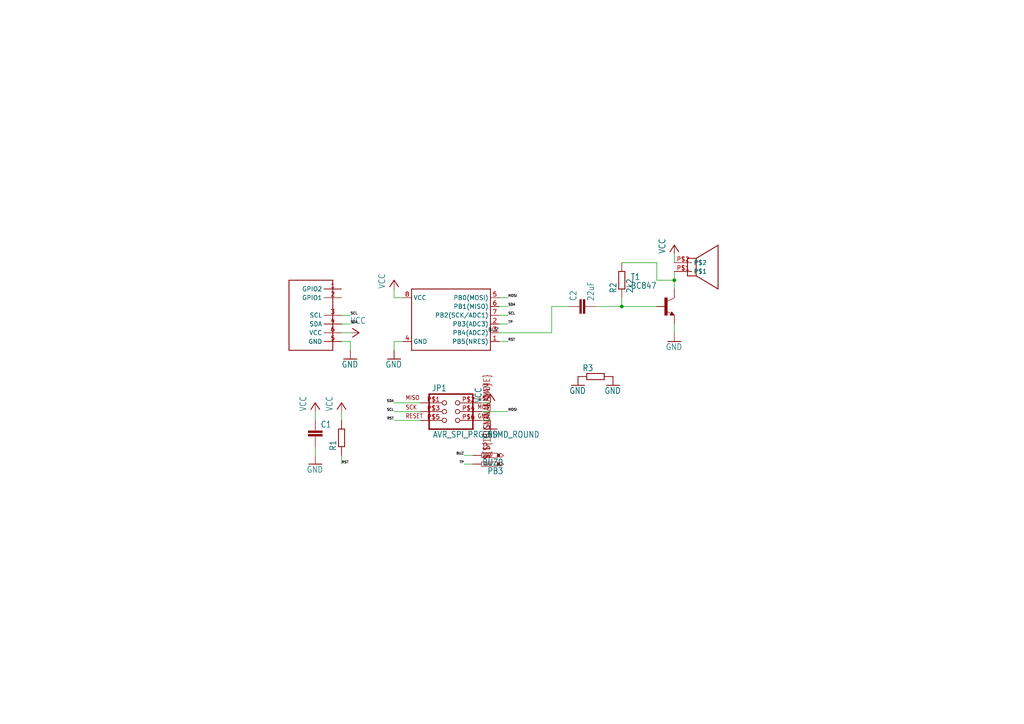
<source format=kicad_sch>
(kicad_sch (version 20231120) (generator "eeschema") (generator_version "8.0")
  (paper "A4")
  (lib_symbols
    (symbol "saomr-eagle-import:ATTINY45TINY85-20-SMT"
      (symbol "ATTINY45TINY85-20-SMT_1_0"
        (polyline (pts (xy -12.7 -7.62) (xy -12.7 10.16)) (stroke (width 0.254)))
        (polyline (pts (xy -12.7 10.16) (xy 10.16 10.16)) (stroke (width 0.254)))
        (polyline (pts (xy 10.16 -7.62) (xy -12.7 -7.62)) (stroke (width 0.254)))
        (polyline (pts (xy 10.16 10.16) (xy 10.16 -7.62)) (stroke (width 0.254)))
        (pin bidirectional line (at 12.7 -5.08 180) (length 2.54) (name "PB5(NRES)") (number "1"))
        (pin bidirectional line (at 12.7 0 180) (length 2.54) (name "PB3(ADC3)") (number "2"))
        (pin bidirectional line (at 12.7 -2.54 180) (length 2.54) (name "PB4(ADC2)") (number "3"))
        (pin bidirectional line (at -15.24 -5.08 0) (length 2.54) (name "GND") (number "4"))
        (pin bidirectional line (at 12.7 7.62 180) (length 2.54) (name "PB0(MOSI)") (number "5"))
        (pin bidirectional line (at 12.7 5.08 180) (length 2.54) (name "PB1(MISO)") (number "6"))
        (pin bidirectional line (at 12.7 2.54 180) (length 2.54) (name "PB2(SCK/ADC1)") (number "7"))
        (pin bidirectional line (at -15.24 7.62 0) (length 2.54) (name "VCC") (number "8"))
      )
    )
    (symbol "saomr-eagle-import:AVR_SPI_PRG_6SMD_ROUND"
      (property "Reference" "JP" (at -4.318 5.842 0))
      (symbol "AVR_SPI_PRG_6SMD_ROUND_1_0"
        (polyline (pts (xy -5.08 -5.08) (xy 7.62 -5.08)) (stroke (width 0.4064)))
        (polyline (pts (xy -5.08 5.08) (xy -5.08 -5.08)) (stroke (width 0.4064)))
        (polyline (pts (xy 7.62 -5.08) (xy 7.62 5.08)) (stroke (width 0.4064)))
        (polyline (pts (xy 7.62 5.08) (xy -5.08 5.08)) (stroke (width 0.4064)))
        (text "+5" (at 8.89 3.048 0) (effects (font (size 1.27 1.0795)) (justify left bottom)))
        (text "GND" (at 8.89 -2.032 0) (effects (font (size 1.27 1.0795)) (justify left bottom)))
        (text "MISO" (at -11.938 3.302 0) (effects (font (size 1.27 1.0795)) (justify left bottom)))
        (text "MOSI" (at 8.89 0.635 0) (effects (font (size 1.27 1.0795)) (justify left bottom)))
        (text "RESET" (at -11.938 -2.032 0) (effects (font (size 1.27 1.0795)) (justify left bottom)))
        (text "SCK" (at -11.938 0.508 0) (effects (font (size 1.27 1.0795)) (justify left bottom)))
        (pin passive inverted (at -7.62 2.54 0) (length 7.62) (name "1") (number "P$1"))
        (pin passive inverted (at 10.16 2.54 180) (length 7.62) (name "2") (number "P$2"))
        (pin passive inverted (at -7.62 0 0) (length 7.62) (name "3") (number "P$3"))
        (pin passive inverted (at 10.16 0 180) (length 7.62) (name "4") (number "P$4"))
        (pin passive inverted (at -7.62 -2.54 0) (length 7.62) (name "5") (number "P$5"))
        (pin passive inverted (at 10.16 -2.54 180) (length 7.62) (name "6") (number "P$6"))
      )
    )
    (symbol "saomr-eagle-import:BC847"
      (property "Reference" "T" (at -10.16 7.62 0))
      (symbol "BC847_1_0"
        (rectangle (start -0.254 -2.54) (end 0.508 2.54) (fill (type outline)))
        (polyline (pts (xy 1.27 -2.54) (xy 1.778 -1.524)) (stroke (width 0.1524)))
        (polyline (pts (xy 1.524 -2.413) (xy 2.286 -2.413)) (stroke (width 0.254)))
        (polyline (pts (xy 1.524 -2.286) (xy 1.905 -2.286)) (stroke (width 0.254)))
        (polyline (pts (xy 1.54 -2.04) (xy 0.308 -1.424)) (stroke (width 0.1524)))
        (polyline (pts (xy 1.778 -1.778) (xy 1.524 -2.286)) (stroke (width 0.254)))
        (polyline (pts (xy 1.778 -1.524) (xy 2.54 -2.54)) (stroke (width 0.1524)))
        (polyline (pts (xy 1.905 -2.286) (xy 1.778 -2.032)) (stroke (width 0.254)))
        (polyline (pts (xy 2.286 -2.413) (xy 1.778 -1.778)) (stroke (width 0.254)))
        (polyline (pts (xy 2.54 -2.54) (xy 1.27 -2.54)) (stroke (width 0.1524)))
        (polyline (pts (xy 2.54 2.54) (xy 0.508 1.524)) (stroke (width 0.1524)))
        (pin passive line (at -2.54 0 0) (length 2.54) (name "B") (number "1"))
        (pin passive line (at 2.54 -5.08 90) (length 2.54) (name "E") (number "2"))
        (pin passive line (at 2.54 5.08 270) (length 2.54) (name "C") (number "3"))
      )
    )
    (symbol "saomr-eagle-import:C-EUC1206"
      (property "Reference" "C" (at 1.524 0.381 0))
      (symbol "C-EUC1206_1_0"
        (rectangle (start -2.032 -2.032) (end 2.032 -1.524) (fill (type outline)))
        (rectangle (start -2.032 -1.016) (end 2.032 -0.508) (fill (type outline)))
        (polyline (pts (xy 0 -2.54) (xy 0 -2.032)) (stroke (width 0.1524)))
        (polyline (pts (xy 0 0) (xy 0 -0.508)) (stroke (width 0.1524)))
        (pin passive line (at 0 2.54 270) (length 2.54) (name "1") (number "1"))
        (pin passive line (at 0 -5.08 90) (length 2.54) (name "2") (number "2"))
      )
    )
    (symbol "saomr-eagle-import:GND" (power)
      (symbol "GND_1_0"
        (polyline (pts (xy -1.905 0) (xy 1.905 0)) (stroke (width 0.254)))
        (pin power_in line (at 0 2.54 270) (length 2.54) (name "GND") (number "1"))
      )
    )
    (symbol "saomr-eagle-import:PTR1B2,54"
      (property "Reference" "TP" (at -1.016 -6.35 90))
      (symbol "PTR1B2,54_1_0"
        (rectangle (start -0.381 -5.207) (end 0.381 -4.572) (fill (type outline)))
        (polyline (pts (xy -0.635 0) (xy -0.635 -4.572)) (stroke (width 0.1524)))
        (polyline (pts (xy -0.508 -5.715) (xy 0 -6.35)) (stroke (width 0.1524)))
        (polyline (pts (xy -0.508 -5.207) (xy -0.508 -5.715)) (stroke (width 0.1524)))
        (polyline (pts (xy -0.381 -2.794) (xy 0.381 -2.54)) (stroke (width 0.1524)))
        (polyline (pts (xy -0.381 -2.286) (xy 0.381 -2.032)) (stroke (width 0.1524)))
        (polyline (pts (xy -0.381 -1.778) (xy 0.381 -1.524)) (stroke (width 0.1524)))
        (polyline (pts (xy -0.381 -1.27) (xy 0.381 -1.016)) (stroke (width 0.1524)))
        (polyline (pts (xy -0.381 -0.762) (xy 0.381 -0.508)) (stroke (width 0.1524)))
        (polyline (pts (xy 0 -6.35) (xy 0.508 -5.715)) (stroke (width 0.1524)))
        (polyline (pts (xy 0.381 -3.048) (xy -0.381 -2.794)) (stroke (width 0.1524)))
        (polyline (pts (xy 0.381 -2.54) (xy -0.381 -2.286)) (stroke (width 0.1524)))
        (polyline (pts (xy 0.381 -2.032) (xy -0.381 -1.778)) (stroke (width 0.1524)))
        (polyline (pts (xy 0.381 -1.524) (xy -0.381 -1.27)) (stroke (width 0.1524)))
        (polyline (pts (xy 0.381 -1.016) (xy -0.381 -0.762)) (stroke (width 0.1524)))
        (polyline (pts (xy 0.508 -5.715) (xy 0.508 -5.207)) (stroke (width 0.1524)))
        (polyline (pts (xy 0.508 -5.207) (xy -0.508 -5.207)) (stroke (width 0.1524)))
        (polyline (pts (xy 0.635 -4.572) (xy -0.635 -4.572)) (stroke (width 0.1524)))
        (polyline (pts (xy 0.635 -4.572) (xy 0.635 0)) (stroke (width 0.1524)))
        (polyline (pts (xy 0.635 0) (xy -0.635 0)) (stroke (width 0.1524)))
        (text "${TP_SIGNAL_NAME}" (at 1.27 -2.54 0) (effects (font (size 1.778 1.5113)) (justify left bottom)))
        (pin input line (at 0 2.54 270) (length 2.54) (name "TP") (number "TP"))
      )
    )
    (symbol "saomr-eagle-import:R-EU_R1206"
      (property "Reference" "R" (at -3.81 1.4986 0))
      (symbol "R-EU_R1206_1_0"
        (polyline (pts (xy -2.54 -0.889) (xy -2.54 0.889)) (stroke (width 0.254)))
        (polyline (pts (xy -2.54 -0.889) (xy 2.54 -0.889)) (stroke (width 0.254)))
        (polyline (pts (xy 2.54 -0.889) (xy 2.54 0.889)) (stroke (width 0.254)))
        (polyline (pts (xy 2.54 0.889) (xy -2.54 0.889)) (stroke (width 0.254)))
        (pin passive line (at -5.08 0 0) (length 2.54) (name "1") (number "1"))
        (pin passive line (at 5.08 0 180) (length 2.54) (name "2") (number "2"))
      )
    )
    (symbol "saomr-eagle-import:SAO-SHITTY-ADDON"
      (symbol "SAO-SHITTY-ADDON_1_0"
        (polyline (pts (xy -7.62 -10.16) (xy 5.08 -10.16)) (stroke (width 0.254)))
        (polyline (pts (xy -7.62 10.16) (xy -7.62 -10.16)) (stroke (width 0.254)))
        (polyline (pts (xy 5.08 -10.16) (xy 5.08 10.16)) (stroke (width 0.254)))
        (polyline (pts (xy 5.08 10.16) (xy -7.62 10.16)) (stroke (width 0.254)))
        (pin bidirectional line (at 7.62 7.62 180) (length 5.08) (name "GPIO2") (number "1"))
        (pin bidirectional line (at 7.62 5.08 180) (length 5.08) (name "GPIO1") (number "2"))
        (pin bidirectional line (at 7.62 0 180) (length 5.08) (name "SCL") (number "3"))
        (pin bidirectional line (at 7.62 -2.54 180) (length 5.08) (name "SDA") (number "4"))
        (pin bidirectional line (at 7.62 -7.62 180) (length 5.08) (name "GND") (number "5"))
        (pin bidirectional line (at 7.62 -5.08 180) (length 5.08) (name "VCC") (number "6"))
      )
    )
    (symbol "saomr-eagle-import:SPEAKERKMTG-1102"
      (symbol "SPEAKERKMTG-1102_1_0"
        (polyline (pts (xy -3.81 -1.27) (xy -3.81 3.81)) (stroke (width 0.254)))
        (polyline (pts (xy -3.81 3.81) (xy -1.27 3.81)) (stroke (width 0.254)))
        (polyline (pts (xy -1.27 -1.27) (xy -3.81 -1.27)) (stroke (width 0.254)))
        (polyline (pts (xy -1.27 3.81) (xy -1.27 -1.27)) (stroke (width 0.254)))
        (polyline (pts (xy -1.27 3.81) (xy 5.08 7.62)) (stroke (width 0.254)))
        (polyline (pts (xy 5.08 -5.08) (xy -1.27 -1.27)) (stroke (width 0.254)))
        (polyline (pts (xy 5.08 7.62) (xy 5.08 -5.08)) (stroke (width 0.254)))
        (pin bidirectional line (at -7.62 0 0) (length 5.08) (name "P$1") (number "P$1"))
        (pin bidirectional line (at -7.62 2.54 0) (length 5.08) (name "P$2") (number "P$2"))
      )
    )
    (symbol "saomr-eagle-import:VCC" (power)
      (symbol "VCC_1_0"
        (polyline (pts (xy 0 0) (xy -1.27 -1.905)) (stroke (width 0.254)))
        (polyline (pts (xy 1.27 -1.905) (xy 0 0)) (stroke (width 0.254)))
        (pin power_in line (at 0 -2.54 90) (length 2.54) (name "VCC") (number "1"))
      )
    )
    (symbol "saomr-eagle-import:resistor_C-EUC1206"
      (property "Reference" "C" (at 1.524 0.381 0))
      (symbol "resistor_C-EUC1206_1_0"
        (rectangle (start -2.032 -2.032) (end 2.032 -1.524) (fill (type outline)))
        (rectangle (start -2.032 -1.016) (end 2.032 -0.508) (fill (type outline)))
        (polyline (pts (xy 0 -2.54) (xy 0 -2.032)) (stroke (width 0.1524)))
        (polyline (pts (xy 0 0) (xy 0 -0.508)) (stroke (width 0.1524)))
        (pin passive line (at 0 2.54 270) (length 2.54) (name "1") (number "1"))
        (pin passive line (at 0 -5.08 90) (length 2.54) (name "2") (number "2"))
      )
    )
    (symbol "saomr-eagle-import:resistor_R-EU_M1206"
      (property "Reference" "R" (at -3.81 1.4986 0))
      (symbol "resistor_R-EU_M1206_1_0"
        (polyline (pts (xy -2.54 -0.889) (xy -2.54 0.889)) (stroke (width 0.254)))
        (polyline (pts (xy -2.54 -0.889) (xy 2.54 -0.889)) (stroke (width 0.254)))
        (polyline (pts (xy 2.54 -0.889) (xy 2.54 0.889)) (stroke (width 0.254)))
        (polyline (pts (xy 2.54 0.889) (xy -2.54 0.889)) (stroke (width 0.254)))
        (pin passive line (at -5.08 0 0) (length 2.54) (name "1") (number "1"))
        (pin passive line (at 5.08 0 180) (length 2.54) (name "2") (number "2"))
      )
    )
  )
  (junction (at 195.58 81.28))
  (junction (at 180.34 88.9))
  (wire (pts (xy 116.84 86.36) (xy 114.3 86.36)) (stroke (width 0.1524)))
  (wire (pts (xy 121.92 121.92) (xy 114.3 121.92)) (stroke (width 0.1524)))
  (wire (pts (xy 144.78 99.06) (xy 147.32 99.06)) (stroke (width 0.1524)))
  (wire (pts (xy 91.44 119.38) (xy 91.44 121.92)) (stroke (width 0.1524)))
  (wire (pts (xy 172.72 88.9) (xy 180.34 88.9)) (stroke (width 0.1524)))
  (wire (pts (xy 99.06 93.98) (xy 101.6 93.98)) (stroke (width 0.1524)))
  (wire (pts (xy 99.06 99.06) (xy 101.6 99.06)) (stroke (width 0.1524)))
  (wire (pts (xy 190.5 76.2) (xy 190.5 81.28)) (stroke (width 0.1524)))
  (wire (pts (xy 195.58 81.28) (xy 195.58 83.82)) (stroke (width 0.1524)))
  (wire (pts (xy 195.58 78.74) (xy 195.58 81.28)) (stroke (width 0.1524)))
  (wire (pts (xy 99.06 132.08) (xy 99.06 134.62)) (stroke (width 0.1524)))
  (wire (pts (xy 121.92 119.38) (xy 114.3 119.38)) (stroke (width 0.1524)))
  (wire (pts (xy 116.84 99.06) (xy 114.3 99.06)) (stroke (width 0.1524)))
  (wire (pts (xy 121.92 116.84) (xy 114.3 116.84)) (stroke (width 0.1524)))
  (wire (pts (xy 99.06 119.38) (xy 99.06 121.92)) (stroke (width 0.1524)))
  (wire (pts (xy 144.78 88.9) (xy 147.32 88.9)) (stroke (width 0.1524)))
  (wire (pts (xy 144.78 86.36) (xy 147.32 86.36)) (stroke (width 0.1524)))
  (wire (pts (xy 144.78 93.98) (xy 147.32 93.98)) (stroke (width 0.1524)))
  (wire (pts (xy 180.34 88.9) (xy 190.5 88.9)) (stroke (width 0.1524)))
  (wire (pts (xy 160.02 96.52) (xy 160.02 88.9)) (stroke (width 0.1524)))
  (wire (pts (xy 144.78 91.44) (xy 147.32 91.44)) (stroke (width 0.1524)))
  (wire (pts (xy 99.06 91.44) (xy 101.6 91.44)) (stroke (width 0.1524)))
  (wire (pts (xy 180.34 86.36) (xy 180.34 88.9)) (stroke (width 0.1524)))
  (wire (pts (xy 190.5 81.28) (xy 195.58 81.28)) (stroke (width 0.1524)))
  (wire (pts (xy 144.78 96.52) (xy 160.02 96.52)) (stroke (width 0.1524)))
  (wire (pts (xy 101.6 99.06) (xy 101.6 101.6)) (stroke (width 0.1524)))
  (wire (pts (xy 142.24 121.92) (xy 139.7 121.92)) (stroke (width 0.1524)))
  (wire (pts (xy 137.16 132.08) (xy 134.62 132.08)) (stroke (width 0.1524)))
  (wire (pts (xy 165.1 88.9) (xy 160.02 88.9)) (stroke (width 0.1524)))
  (wire (pts (xy 114.3 86.36) (xy 114.3 83.82)) (stroke (width 0.1524)))
  (wire (pts (xy 91.44 132.08) (xy 91.44 129.54)) (stroke (width 0.1524)))
  (wire (pts (xy 139.7 119.38) (xy 147.32 119.38)) (stroke (width 0.1524)))
  (wire (pts (xy 195.58 76.2) (xy 195.58 73.66)) (stroke (width 0.1524)))
  (wire (pts (xy 195.58 96.52) (xy 195.58 93.98)) (stroke (width 0.1524)))
  (wire (pts (xy 114.3 99.06) (xy 114.3 101.6)) (stroke (width 0.1524)))
  (wire (pts (xy 99.06 96.52) (xy 101.6 96.52)) (stroke (width 0.1524)))
  (wire (pts (xy 137.16 134.62) (xy 134.62 134.62)) (stroke (width 0.1524)))
  (wire (pts (xy 142.24 116.84) (xy 139.7 116.84)) (stroke (width 0.1524)))
  (wire (pts (xy 180.34 76.2) (xy 190.5 76.2)) (stroke (width 0.1524)))
  (label "TP" (at 147.32 93.98 0) (effects (font (size 0.7112 0.7112))))
  (label "SDA" (at 147.32 88.9 0) (effects (font (size 0.7112 0.7112))))
  (label "RST" (at 99.06 134.62 0) (effects (font (size 0.7112 0.7112))))
  (label "MOSI" (at 147.32 119.38 0) (effects (font (size 0.7112 0.7112))))
  (label "SCL" (at 147.32 91.44 0) (effects (font (size 0.7112 0.7112))))
  (label "RST" (at 114.3 121.92 180) (effects (font (size 0.7112 0.7112))))
  (label "SDA" (at 101.6 93.98 0) (effects (font (size 0.7112 0.7112))))
  (label "RST" (at 147.32 99.06 0) (effects (font (size 0.7112 0.7112))))
  (label "SCL" (at 114.3 119.38 180) (effects (font (size 0.7112 0.7112))))
  (label "TP" (at 134.62 134.62 180) (effects (font (size 0.7112 0.7112))))
  (label "SCL" (at 101.6 91.44 0) (effects (font (size 0.7112 0.7112))))
  (label "MOSI" (at 147.32 86.36 0) (effects (font (size 0.7112 0.7112))))
  (label "BUZ" (at 134.62 132.08 180) (effects (font (size 0.7112 0.7112))))
  (label "SDA" (at 114.3 116.84 180) (effects (font (size 0.7112 0.7112))))
  (label "BUZ" (at 144.78 96.52 180) (effects (font (size 1.016 1.016))))
  (symbol (lib_id "saomr-eagle-import:VCC") (at 104.14 96.52 270) (unit 1)
    (property "Reference" "#P+2" (effects (hide yes)))
    (property "Value" "VCC" (at 101.6 93.98 90) (effects (font (size 1.778 1.5113)) (justify left bottom)))
  )
  (symbol (lib_id "saomr-eagle-import:VCC") (at 114.3 81.28 0) (unit 1)
    (property "Reference" "#P+1" (effects (hide yes)))
    (property "Value" "VCC" (at 111.76 83.82 90) (effects (font (size 1.778 1.5113)) (justify left bottom)))
  )
  (symbol (lib_id "saomr-eagle-import:GND") (at 142.24 124.46 0) (unit 1)
    (property "Reference" "#GND4" (effects (hide yes)))
    (property "Value" "GND" (at 139.7 127 0) (effects (font (size 1.778 1.5113)) (justify left bottom)))
  )
  (symbol (lib_id "saomr-eagle-import:GND") (at 91.44 134.62 0) (unit 1)
    (property "Reference" "#GND5" (effects (hide yes)))
    (property "Value" "GND" (at 88.9 137.16 0) (effects (font (size 1.778 1.5113)) (justify left bottom)))
  )
  (symbol (lib_id "saomr-eagle-import:PTR1B2,54") (at 139.7 134.62 90) (unit 1)
    (property "Reference" "PB3" (at 146.05 135.636 90) (effects (font (size 1.778 1.5113)) (justify left bottom)))
    (property "Value" "PTR1B2,54" (effects (hide yes)))
    (property "Footprint" "saomr:B2,54" (effects (hide yes)))
  )
  (symbol (lib_id "saomr-eagle-import:ATTINY45TINY85-20-SMT") (at 132.08 93.98 0) (unit 1)
    (property "Reference" "U1" (effects (hide yes)))
    (property "Value" "Tiny85-20-SMT" (effects (hide yes)))
    (property "Footprint" "saomr:SO08-EIAJ" (effects (hide yes)))
  )
  (symbol (lib_id "saomr-eagle-import:GND") (at 195.58 99.06 0) (unit 1)
    (property "Reference" "#GND6" (effects (hide yes)))
    (property "Value" "GND" (at 193.04 101.6 0) (effects (font (size 1.778 1.5113)) (justify left bottom)))
  )
  (symbol (lib_id "saomr-eagle-import:VCC") (at 142.24 114.3 0) (unit 1)
    (property "Reference" "#P+3" (effects (hide yes)))
    (property "Value" "VCC" (at 139.7 116.84 90) (effects (font (size 1.778 1.5113)) (justify left bottom)))
  )
  (symbol (lib_id "saomr-eagle-import:VCC") (at 99.06 116.84 0) (unit 1)
    (property "Reference" "#P+5" (effects (hide yes)))
    (property "Value" "VCC" (at 96.52 119.38 90) (effects (font (size 1.778 1.5113)) (justify left bottom)))
  )
  (symbol (lib_id "saomr-eagle-import:AVR_SPI_PRG_6SMD_ROUND") (at 129.54 119.38 0) (unit 1)
    (property "Reference" "JP1" (at 125.222 113.538 0) (effects (font (size 1.778 1.5113)) (justify left bottom)))
    (property "Value" "AVR_SPI_PRG_6SMD_ROUND" (at 125.476 127 0) (effects (font (size 1.778 1.5113)) (justify left bottom)))
    (property "Footprint" "saomr:2X3_SMD_PAD_ROUND" (effects (hide yes)))
  )
  (symbol (lib_id "saomr-eagle-import:SAO-SHITTY-ADDON") (at 91.44 91.44 0) (unit 1)
    (property "Reference" "U$2" (effects (hide yes)))
    (property "Value" "SAO-SHITTY-ADDON" (effects (hide yes)))
    (property "Footprint" "saomr:2X3_SMD" (effects (hide yes)))
  )
  (symbol (lib_id "saomr-eagle-import:SPEAKERKMTG-1102") (at 203.2 78.74 0) (unit 1)
    (property "Reference" "U$1" (effects (hide yes)))
    (property "Value" "SPEAKERKMTG-1102" (effects (hide yes)))
    (property "Footprint" "saomr:KMTG-1102" (effects (hide yes)))
  )
  (symbol (lib_id "saomr-eagle-import:PTR1B2,54") (at 139.7 132.08 90) (unit 1)
    (property "Reference" "BUZ0" (at 146.05 133.096 90) (effects (font (size 1.778 1.5113)) (justify left bottom)))
    (property "Value" "PTR1B2,54" (effects (hide yes)))
    (property "Footprint" "saomr:B2,54" (effects (hide yes)))
  )
  (symbol (lib_id "saomr-eagle-import:GND") (at 177.8 111.76 0) (unit 1)
    (property "Reference" "#GND7" (effects (hide yes)))
    (property "Value" "GND" (at 175.26 114.3 0) (effects (font (size 1.778 1.5113)) (justify left bottom)))
  )
  (symbol (lib_id "saomr-eagle-import:GND") (at 114.3 104.14 0) (unit 1)
    (property "Reference" "#GND2" (effects (hide yes)))
    (property "Value" "GND" (at 111.76 106.68 0) (effects (font (size 1.778 1.5113)) (justify left bottom)))
  )
  (symbol (lib_id "saomr-eagle-import:BC847") (at 193.04 88.9 0) (unit 1)
    (property "Reference" "T1" (at 182.88 81.28 0) (effects (font (size 1.778 1.5113)) (justify left bottom)))
    (property "Value" "BC847" (at 182.88 83.82 0) (effects (font (size 1.778 1.5113)) (justify left bottom)))
    (property "Footprint" "saomr:SOT23" (effects (hide yes)))
  )
  (symbol (lib_id "saomr-eagle-import:GND") (at 101.6 104.14 0) (unit 1)
    (property "Reference" "#GND1" (effects (hide yes)))
    (property "Value" "GND" (at 99.06 106.68 0) (effects (font (size 1.778 1.5113)) (justify left bottom)))
  )
  (symbol (lib_id "saomr-eagle-import:resistor_R-EU_M1206") (at 172.72 109.22 0) (unit 1)
    (property "Reference" "R3" (at 168.91 107.7214 0) (effects (font (size 1.778 1.5113)) (justify left bottom)))
    (property "Value" "R-EU_M1206" (effects (hide yes)))
    (property "Footprint" "saomr:M1206" (effects (hide yes)))
  )
  (symbol (lib_id "saomr-eagle-import:GND") (at 167.64 111.76 0) (unit 1)
    (property "Reference" "#GND3" (effects (hide yes)))
    (property "Value" "GND" (at 165.1 114.3 0) (effects (font (size 1.778 1.5113)) (justify left bottom)))
  )
  (symbol (lib_id "saomr-eagle-import:VCC") (at 91.44 116.84 0) (unit 1)
    (property "Reference" "#P+4" (effects (hide yes)))
    (property "Value" "VCC" (at 88.9 119.38 90) (effects (font (size 1.778 1.5113)) (justify left bottom)))
  )
  (symbol (lib_id "saomr-eagle-import:C-EUC1206") (at 91.44 124.46 0) (unit 1)
    (property "Reference" "C1" (at 92.964 124.079 0) (effects (font (size 1.778 1.5113)) (justify left bottom)))
    (property "Value" "C-EUC1206" (effects (hide yes)))
    (property "Footprint" "saomr:C1206" (effects (hide yes)))
  )
  (symbol (lib_id "saomr-eagle-import:VCC") (at 195.58 71.12 0) (unit 1)
    (property "Reference" "#P+6" (effects (hide yes)))
    (property "Value" "VCC" (at 193.04 73.66 90) (effects (font (size 1.778 1.5113)) (justify left bottom)))
  )
  (symbol (lib_id "saomr-eagle-import:R-EU_R1206") (at 99.06 127 90) (unit 1)
    (property "Reference" "R1" (at 97.5614 130.81 0) (effects (font (size 1.778 1.5113)) (justify left bottom)))
    (property "Value" "R-EU_R1206" (effects (hide yes)))
    (property "Footprint" "saomr:R1206" (effects (hide yes)))
  )
  (symbol (lib_id "saomr-eagle-import:resistor_C-EUC1206") (at 167.64 88.9 90) (unit 1)
    (property "Reference" "C2" (at 167.259 87.376 0) (effects (font (size 1.778 1.5113)) (justify left bottom)))
    (property "Value" "22uF" (at 172.339 87.376 0) (effects (font (size 1.778 1.5113)) (justify left bottom)))
    (property "Footprint" "saomr:C1206" (effects (hide yes)))
  )
  (symbol (lib_id "saomr-eagle-import:R-EU_R1206") (at 180.34 81.28 90) (unit 1)
    (property "Reference" "R2" (at 178.8414 85.09 0) (effects (font (size 1.778 1.5113)) (justify left bottom)))
    (property "Value" "2k2" (at 183.642 85.09 0) (effects (font (size 1.778 1.5113)) (justify left bottom)))
    (property "Footprint" "saomr:R1206" (effects (hide yes)))
  )
)
</source>
